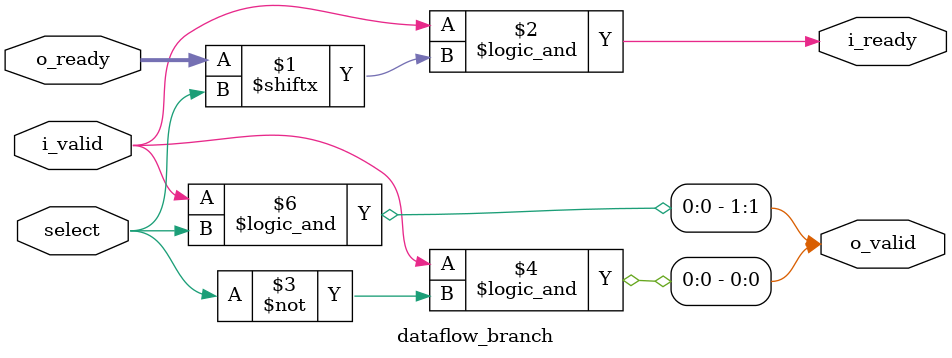
<source format=v>
`default_nettype none


module dataflow_branch(
    input wire i_valid,
    output wire i_ready,
    input wire select,
    output wire [1:0] o_valid,
    input wire [1:0] o_ready);

    assign i_ready = i_valid && o_ready[select];
    assign o_valid = { i_valid && select == 1'b1, i_valid && select == 1'b0 };

endmodule

</source>
